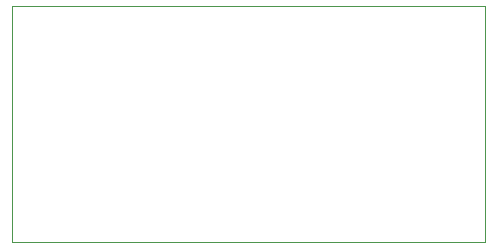
<source format=gbr>
G04 #@! TF.GenerationSoftware,KiCad,Pcbnew,(5.1.2)-2*
G04 #@! TF.CreationDate,2021-10-19T00:11:07+01:00*
G04 #@! TF.ProjectId,HVDCDC,48564443-4443-42e6-9b69-6361645f7063,rev?*
G04 #@! TF.SameCoordinates,Original*
G04 #@! TF.FileFunction,Profile,NP*
%FSLAX46Y46*%
G04 Gerber Fmt 4.6, Leading zero omitted, Abs format (unit mm)*
G04 Created by KiCad (PCBNEW (5.1.2)-2) date 2021-10-19 00:11:07*
%MOMM*%
%LPD*%
G04 APERTURE LIST*
%ADD10C,0.050000*%
G04 APERTURE END LIST*
D10*
X112000000Y-80000000D02*
X112000000Y-60000000D01*
X152000000Y-80000000D02*
X112000000Y-80000000D01*
X152000000Y-60000000D02*
X152000000Y-80000000D01*
X112000000Y-60000000D02*
X152000000Y-60000000D01*
M02*

</source>
